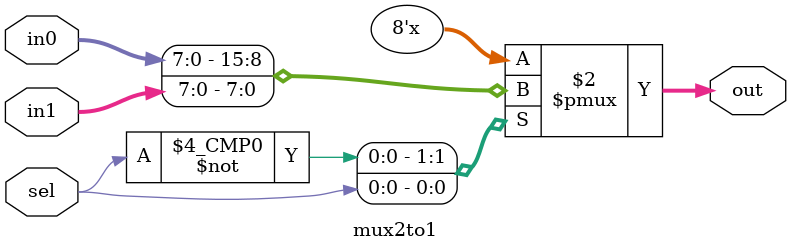
<source format=sv>

module mux2to1 #(
    parameter WIDTH=8
    )(
input logic sel,
input logic [WIDTH-1:0] in0,
input logic [WIDTH-1:0] in1,
output logic [WIDTH-1:0] out
);
 
  always_comb begin
    case(sel)
      1'b0 : out=in0;
      1'b1 : out=in1;
      default : out='0;
    endcase
  end
endmodule
</source>
